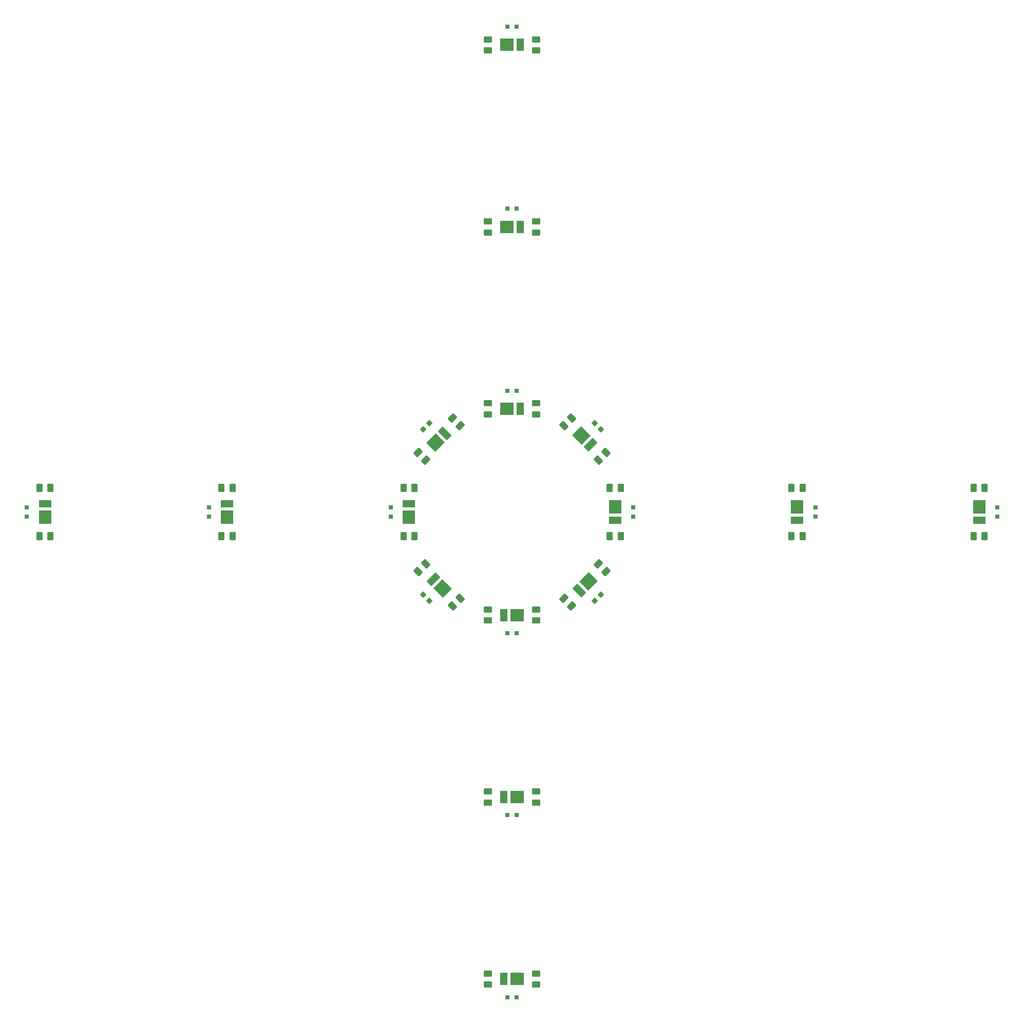
<source format=gbr>
%TF.GenerationSoftware,KiCad,Pcbnew,7.0.6-0*%
%TF.CreationDate,2023-09-15T15:12:43+10:00*%
%TF.ProjectId,Line 3.1,4c696e65-2033-42e3-912e-6b696361645f,rev?*%
%TF.SameCoordinates,Original*%
%TF.FileFunction,Paste,Bot*%
%TF.FilePolarity,Positive*%
%FSLAX46Y46*%
G04 Gerber Fmt 4.6, Leading zero omitted, Abs format (unit mm)*
G04 Created by KiCad (PCBNEW 7.0.6-0) date 2023-09-15 15:12:43*
%MOMM*%
%LPD*%
G01*
G04 APERTURE LIST*
G04 Aperture macros list*
%AMRoundRect*
0 Rectangle with rounded corners*
0 $1 Rounding radius*
0 $2 $3 $4 $5 $6 $7 $8 $9 X,Y pos of 4 corners*
0 Add a 4 corners polygon primitive as box body*
4,1,4,$2,$3,$4,$5,$6,$7,$8,$9,$2,$3,0*
0 Add four circle primitives for the rounded corners*
1,1,$1+$1,$2,$3*
1,1,$1+$1,$4,$5*
1,1,$1+$1,$6,$7*
1,1,$1+$1,$8,$9*
0 Add four rect primitives between the rounded corners*
20,1,$1+$1,$2,$3,$4,$5,0*
20,1,$1+$1,$4,$5,$6,$7,0*
20,1,$1+$1,$6,$7,$8,$9,0*
20,1,$1+$1,$8,$9,$2,$3,0*%
%AMRotRect*
0 Rectangle, with rotation*
0 The origin of the aperture is its center*
0 $1 length*
0 $2 width*
0 $3 Rotation angle, in degrees counterclockwise*
0 Add horizontal line*
21,1,$1,$2,0,0,$3*%
G04 Aperture macros list end*
%ADD10R,2.257400X2.108200*%
%ADD11R,1.190600X2.108200*%
%ADD12RotRect,0.800000X0.800000X45.000000*%
%ADD13RoundRect,0.250000X-0.262500X-0.450000X0.262500X-0.450000X0.262500X0.450000X-0.262500X0.450000X0*%
%ADD14RoundRect,0.250000X0.450000X-0.262500X0.450000X0.262500X-0.450000X0.262500X-0.450000X-0.262500X0*%
%ADD15RoundRect,0.250000X0.262500X0.450000X-0.262500X0.450000X-0.262500X-0.450000X0.262500X-0.450000X0*%
%ADD16R,2.108200X2.257400*%
%ADD17R,2.108200X1.190600*%
%ADD18RotRect,2.257400X2.108200X45.000000*%
%ADD19RotRect,1.190600X2.108200X45.000000*%
%ADD20R,0.800000X0.800000*%
%ADD21RoundRect,0.250000X-0.450000X0.262500X-0.450000X-0.262500X0.450000X-0.262500X0.450000X0.262500X0*%
%ADD22RoundRect,0.250000X-0.132583X0.503814X-0.503814X0.132583X0.132583X-0.503814X0.503814X-0.132583X0*%
%ADD23RoundRect,0.250000X0.132583X-0.503814X0.503814X-0.132583X-0.132583X0.503814X-0.503814X0.132583X0*%
%ADD24RotRect,0.800000X0.800000X225.000000*%
%ADD25RoundRect,0.250000X0.503814X0.132583X0.132583X0.503814X-0.503814X-0.132583X-0.132583X-0.503814X0*%
%ADD26RotRect,0.800000X0.800000X315.000000*%
%ADD27RotRect,0.800000X0.800000X135.000000*%
%ADD28RoundRect,0.250000X-0.503814X-0.132583X-0.132583X-0.503814X0.503814X0.132583X0.132583X0.503814X0*%
%ADD29RotRect,2.257400X2.108200X225.000000*%
%ADD30RotRect,1.190600X2.108200X225.000000*%
%ADD31RotRect,2.257400X2.108200X315.000000*%
%ADD32RotRect,1.190600X2.108200X315.000000*%
%ADD33RotRect,2.257400X2.108200X135.000000*%
%ADD34RotRect,1.190600X2.108200X135.000000*%
G04 APERTURE END LIST*
D10*
%TO.C,LED5*%
X149176100Y-103000000D03*
D11*
X151357300Y-103000000D03*
%TD*%
D12*
%TO.C,A12*%
X163611806Y-164672466D03*
X164672466Y-163611806D03*
%TD*%
D13*
%TO.C,R14*%
X196087500Y-146000000D03*
X197912500Y-146000000D03*
%TD*%
%TO.C,R4*%
X72087500Y-146000000D03*
X73912500Y-146000000D03*
%TD*%
D14*
%TO.C,R13*%
X146000000Y-103912500D03*
X146000000Y-102087500D03*
%TD*%
D15*
%TO.C,R19*%
X167912500Y-154000000D03*
X166087500Y-154000000D03*
%TD*%
D16*
%TO.C,LED2*%
X227000000Y-149176100D03*
D17*
X227000000Y-151357300D03*
%TD*%
D18*
%TO.C,LED16*%
X137396600Y-138561770D03*
D19*
X138938941Y-137019429D03*
%TD*%
D13*
%TO.C,R23*%
X132087500Y-146000000D03*
X133912500Y-146000000D03*
%TD*%
D20*
%TO.C,A3*%
X149250000Y-230000000D03*
X150750000Y-230000000D03*
%TD*%
D15*
%TO.C,R16*%
X103912500Y-154000000D03*
X102087500Y-154000000D03*
%TD*%
D20*
%TO.C,A2*%
X230000000Y-150750000D03*
X230000000Y-149250000D03*
%TD*%
D10*
%TO.C,LED3*%
X150823900Y-227000000D03*
D11*
X148642700Y-227000000D03*
%TD*%
D21*
%TO.C,R11*%
X154000000Y-226087500D03*
X154000000Y-227912500D03*
%TD*%
D22*
%TO.C,R18*%
X165494477Y-140162377D03*
X164204007Y-141452847D03*
%TD*%
D14*
%TO.C,R7*%
X146000000Y-197912500D03*
X146000000Y-196087500D03*
%TD*%
%TO.C,R3*%
X146000000Y-227912500D03*
X146000000Y-226087500D03*
%TD*%
D23*
%TO.C,R26*%
X158547153Y-135795993D03*
X159837623Y-134505523D03*
%TD*%
D24*
%TO.C,A16*%
X136388194Y-135327534D03*
X135327534Y-136388194D03*
%TD*%
D16*
%TO.C,LED6*%
X197000000Y-149176100D03*
D17*
X197000000Y-151357300D03*
%TD*%
D25*
%TO.C,R32*%
X135795993Y-141452847D03*
X134505523Y-140162377D03*
%TD*%
D26*
%TO.C,A14*%
X135327534Y-163611806D03*
X136388194Y-164672466D03*
%TD*%
D15*
%TO.C,R6*%
X197912500Y-154000000D03*
X196087500Y-154000000D03*
%TD*%
D21*
%TO.C,R15*%
X154000000Y-196087500D03*
X154000000Y-197912500D03*
%TD*%
D27*
%TO.C,A10*%
X164672466Y-136388194D03*
X163611806Y-135327534D03*
%TD*%
D14*
%TO.C,R25*%
X146000000Y-133912500D03*
X146000000Y-132087500D03*
%TD*%
D20*
%TO.C,A13*%
X149250000Y-170000000D03*
X150750000Y-170000000D03*
%TD*%
D28*
%TO.C,R28*%
X164204007Y-158547153D03*
X165494477Y-159837623D03*
%TD*%
D13*
%TO.C,R10*%
X226087500Y-146000000D03*
X227912500Y-146000000D03*
%TD*%
D29*
%TO.C,LED12*%
X162603400Y-161438230D03*
D30*
X161061059Y-162980571D03*
%TD*%
D10*
%TO.C,LED7*%
X150823900Y-197000000D03*
D11*
X148642700Y-197000000D03*
%TD*%
D23*
%TO.C,R22*%
X134505523Y-159837623D03*
X135795993Y-158547153D03*
%TD*%
D16*
%TO.C,LED11*%
X167000000Y-149176100D03*
D17*
X167000000Y-151357300D03*
%TD*%
D13*
%TO.C,R27*%
X166087500Y-146000000D03*
X167912500Y-146000000D03*
%TD*%
D20*
%TO.C,A15*%
X130000000Y-149250000D03*
X130000000Y-150750000D03*
%TD*%
%TO.C,A6*%
X200000000Y-150750000D03*
X200000000Y-149250000D03*
%TD*%
D10*
%TO.C,LED1*%
X149176100Y-73000000D03*
D11*
X151357300Y-73000000D03*
%TD*%
D20*
%TO.C,A9*%
X150750000Y-130000000D03*
X149250000Y-130000000D03*
%TD*%
D14*
%TO.C,R21*%
X146000000Y-167912500D03*
X146000000Y-166087500D03*
%TD*%
D10*
%TO.C,LED13*%
X150823900Y-167000000D03*
D11*
X148642700Y-167000000D03*
%TD*%
D16*
%TO.C,LED8*%
X103000000Y-150823900D03*
D17*
X103000000Y-148642700D03*
%TD*%
D20*
%TO.C,A1*%
X150750000Y-70000000D03*
X149250000Y-70000000D03*
%TD*%
%TO.C,A8*%
X100000000Y-149250000D03*
X100000000Y-150750000D03*
%TD*%
D15*
%TO.C,R2*%
X227912500Y-154000000D03*
X226087500Y-154000000D03*
%TD*%
D31*
%TO.C,LED10*%
X161438230Y-137396600D03*
D32*
X162980571Y-138938941D03*
%TD*%
D21*
%TO.C,R1*%
X154000000Y-72087500D03*
X154000000Y-73912500D03*
%TD*%
D25*
%TO.C,R20*%
X159837623Y-165494477D03*
X158547153Y-164204007D03*
%TD*%
D14*
%TO.C,R9*%
X146000000Y-73912500D03*
X146000000Y-72087500D03*
%TD*%
D13*
%TO.C,R8*%
X102087500Y-146000000D03*
X103912500Y-146000000D03*
%TD*%
D21*
%TO.C,R29*%
X154000000Y-166087500D03*
X154000000Y-167912500D03*
%TD*%
D15*
%TO.C,R31*%
X133912500Y-154000000D03*
X132087500Y-154000000D03*
%TD*%
D21*
%TO.C,R5*%
X154000000Y-102087500D03*
X154000000Y-103912500D03*
%TD*%
D20*
%TO.C,A5*%
X150750000Y-100000000D03*
X149250000Y-100000000D03*
%TD*%
D28*
%TO.C,R24*%
X140162377Y-134505523D03*
X141452847Y-135795993D03*
%TD*%
D20*
%TO.C,A4*%
X70000000Y-149250000D03*
X70000000Y-150750000D03*
%TD*%
D10*
%TO.C,LED9*%
X149176100Y-133000000D03*
D11*
X151357300Y-133000000D03*
%TD*%
D22*
%TO.C,R30*%
X141452847Y-164204007D03*
X140162377Y-165494477D03*
%TD*%
D20*
%TO.C,A11*%
X170000000Y-150750000D03*
X170000000Y-149250000D03*
%TD*%
D33*
%TO.C,LED14*%
X138561770Y-162603400D03*
D34*
X137019429Y-161061059D03*
%TD*%
D20*
%TO.C,A7*%
X149250000Y-200000000D03*
X150750000Y-200000000D03*
%TD*%
D16*
%TO.C,LED4*%
X73000000Y-150823900D03*
D17*
X73000000Y-148642700D03*
%TD*%
D15*
%TO.C,R12*%
X73912500Y-154000000D03*
X72087500Y-154000000D03*
%TD*%
D16*
%TO.C,LED15*%
X133000000Y-150823900D03*
D17*
X133000000Y-148642700D03*
%TD*%
D21*
%TO.C,R17*%
X154000000Y-132087500D03*
X154000000Y-133912500D03*
%TD*%
M02*

</source>
